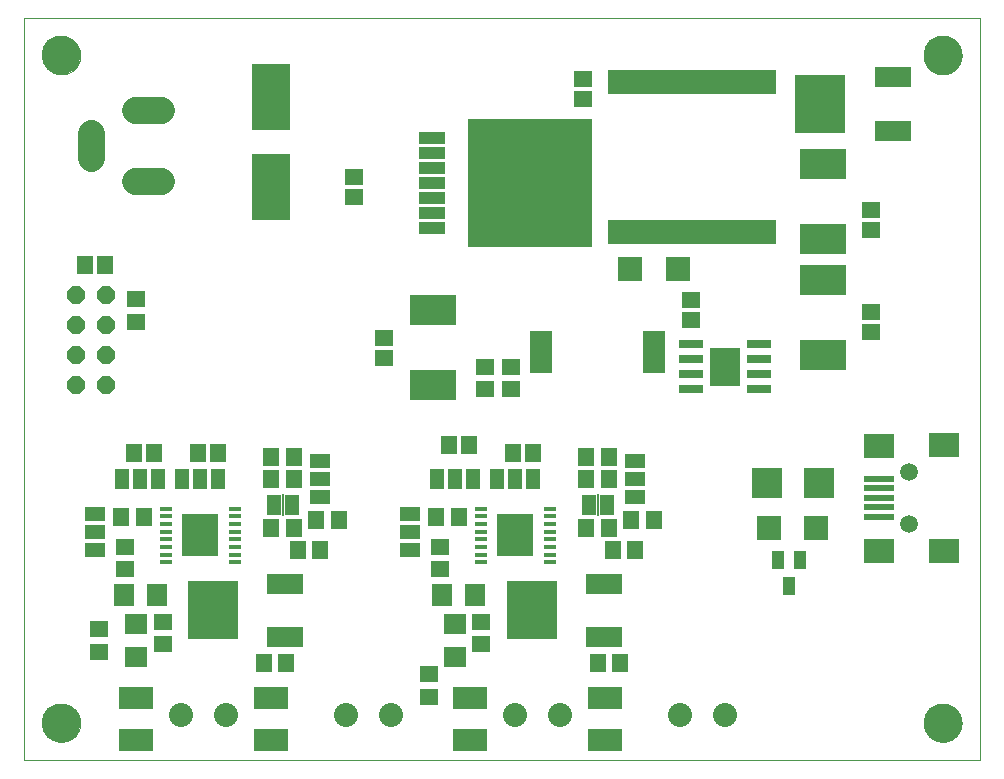
<source format=gts>
G75*
%MOIN*%
%OFA0B0*%
%FSLAX25Y25*%
%IPPOS*%
%LPD*%
%AMOC8*
5,1,8,0,0,1.08239X$1,22.5*
%
%ADD10C,0.00000*%
%ADD11C,0.12998*%
%ADD12R,0.06699X0.07487*%
%ADD13R,0.05518X0.06306*%
%ADD14R,0.07487X0.06699*%
%ADD15R,0.06306X0.05518*%
%ADD16R,0.15400X0.10400*%
%ADD17R,0.12998X0.22054*%
%ADD18R,0.11400X0.07400*%
%ADD19R,0.12211X0.06699*%
%ADD20R,0.16900X0.19400*%
%ADD21R,0.08274X0.08274*%
%ADD22R,0.09849X0.09849*%
%ADD23R,0.04300X0.01600*%
%ADD24R,0.11975X0.14494*%
%ADD25R,0.41384X0.42920*%
%ADD26R,0.08904X0.03983*%
%ADD27R,0.07920X0.02802*%
%ADD28R,0.09888X0.12605*%
%ADD29C,0.09000*%
%ADD30C,0.00077*%
%ADD31R,0.07683X0.14416*%
%ADD32R,0.04337X0.05912*%
%ADD33R,0.05000X0.06700*%
%ADD34R,0.00600X0.07200*%
%ADD35R,0.06700X0.05000*%
%ADD36C,0.08000*%
%ADD37OC8,0.06000*%
%ADD38C,0.05943*%
%ADD39R,0.10243X0.08274*%
%ADD40R,0.10243X0.02369*%
D10*
X0077433Y0110435D02*
X0077433Y0357895D01*
X0396134Y0357895D01*
X0396134Y0110435D01*
X0077433Y0110435D01*
X0083634Y0122935D02*
X0083636Y0123093D01*
X0083642Y0123251D01*
X0083652Y0123409D01*
X0083666Y0123567D01*
X0083684Y0123724D01*
X0083705Y0123881D01*
X0083731Y0124037D01*
X0083761Y0124193D01*
X0083794Y0124348D01*
X0083832Y0124501D01*
X0083873Y0124654D01*
X0083918Y0124806D01*
X0083967Y0124957D01*
X0084020Y0125106D01*
X0084076Y0125254D01*
X0084136Y0125400D01*
X0084200Y0125545D01*
X0084268Y0125688D01*
X0084339Y0125830D01*
X0084413Y0125970D01*
X0084491Y0126107D01*
X0084573Y0126243D01*
X0084657Y0126377D01*
X0084746Y0126508D01*
X0084837Y0126637D01*
X0084932Y0126764D01*
X0085029Y0126889D01*
X0085130Y0127011D01*
X0085234Y0127130D01*
X0085341Y0127247D01*
X0085451Y0127361D01*
X0085564Y0127472D01*
X0085679Y0127581D01*
X0085797Y0127686D01*
X0085918Y0127788D01*
X0086041Y0127888D01*
X0086167Y0127984D01*
X0086295Y0128077D01*
X0086425Y0128167D01*
X0086558Y0128253D01*
X0086693Y0128337D01*
X0086829Y0128416D01*
X0086968Y0128493D01*
X0087109Y0128565D01*
X0087251Y0128635D01*
X0087395Y0128700D01*
X0087541Y0128762D01*
X0087688Y0128820D01*
X0087837Y0128875D01*
X0087987Y0128926D01*
X0088138Y0128973D01*
X0088290Y0129016D01*
X0088443Y0129055D01*
X0088598Y0129091D01*
X0088753Y0129122D01*
X0088909Y0129150D01*
X0089065Y0129174D01*
X0089222Y0129194D01*
X0089380Y0129210D01*
X0089537Y0129222D01*
X0089696Y0129230D01*
X0089854Y0129234D01*
X0090012Y0129234D01*
X0090170Y0129230D01*
X0090329Y0129222D01*
X0090486Y0129210D01*
X0090644Y0129194D01*
X0090801Y0129174D01*
X0090957Y0129150D01*
X0091113Y0129122D01*
X0091268Y0129091D01*
X0091423Y0129055D01*
X0091576Y0129016D01*
X0091728Y0128973D01*
X0091879Y0128926D01*
X0092029Y0128875D01*
X0092178Y0128820D01*
X0092325Y0128762D01*
X0092471Y0128700D01*
X0092615Y0128635D01*
X0092757Y0128565D01*
X0092898Y0128493D01*
X0093037Y0128416D01*
X0093173Y0128337D01*
X0093308Y0128253D01*
X0093441Y0128167D01*
X0093571Y0128077D01*
X0093699Y0127984D01*
X0093825Y0127888D01*
X0093948Y0127788D01*
X0094069Y0127686D01*
X0094187Y0127581D01*
X0094302Y0127472D01*
X0094415Y0127361D01*
X0094525Y0127247D01*
X0094632Y0127130D01*
X0094736Y0127011D01*
X0094837Y0126889D01*
X0094934Y0126764D01*
X0095029Y0126637D01*
X0095120Y0126508D01*
X0095209Y0126377D01*
X0095293Y0126243D01*
X0095375Y0126107D01*
X0095453Y0125970D01*
X0095527Y0125830D01*
X0095598Y0125688D01*
X0095666Y0125545D01*
X0095730Y0125400D01*
X0095790Y0125254D01*
X0095846Y0125106D01*
X0095899Y0124957D01*
X0095948Y0124806D01*
X0095993Y0124654D01*
X0096034Y0124501D01*
X0096072Y0124348D01*
X0096105Y0124193D01*
X0096135Y0124037D01*
X0096161Y0123881D01*
X0096182Y0123724D01*
X0096200Y0123567D01*
X0096214Y0123409D01*
X0096224Y0123251D01*
X0096230Y0123093D01*
X0096232Y0122935D01*
X0096230Y0122777D01*
X0096224Y0122619D01*
X0096214Y0122461D01*
X0096200Y0122303D01*
X0096182Y0122146D01*
X0096161Y0121989D01*
X0096135Y0121833D01*
X0096105Y0121677D01*
X0096072Y0121522D01*
X0096034Y0121369D01*
X0095993Y0121216D01*
X0095948Y0121064D01*
X0095899Y0120913D01*
X0095846Y0120764D01*
X0095790Y0120616D01*
X0095730Y0120470D01*
X0095666Y0120325D01*
X0095598Y0120182D01*
X0095527Y0120040D01*
X0095453Y0119900D01*
X0095375Y0119763D01*
X0095293Y0119627D01*
X0095209Y0119493D01*
X0095120Y0119362D01*
X0095029Y0119233D01*
X0094934Y0119106D01*
X0094837Y0118981D01*
X0094736Y0118859D01*
X0094632Y0118740D01*
X0094525Y0118623D01*
X0094415Y0118509D01*
X0094302Y0118398D01*
X0094187Y0118289D01*
X0094069Y0118184D01*
X0093948Y0118082D01*
X0093825Y0117982D01*
X0093699Y0117886D01*
X0093571Y0117793D01*
X0093441Y0117703D01*
X0093308Y0117617D01*
X0093173Y0117533D01*
X0093037Y0117454D01*
X0092898Y0117377D01*
X0092757Y0117305D01*
X0092615Y0117235D01*
X0092471Y0117170D01*
X0092325Y0117108D01*
X0092178Y0117050D01*
X0092029Y0116995D01*
X0091879Y0116944D01*
X0091728Y0116897D01*
X0091576Y0116854D01*
X0091423Y0116815D01*
X0091268Y0116779D01*
X0091113Y0116748D01*
X0090957Y0116720D01*
X0090801Y0116696D01*
X0090644Y0116676D01*
X0090486Y0116660D01*
X0090329Y0116648D01*
X0090170Y0116640D01*
X0090012Y0116636D01*
X0089854Y0116636D01*
X0089696Y0116640D01*
X0089537Y0116648D01*
X0089380Y0116660D01*
X0089222Y0116676D01*
X0089065Y0116696D01*
X0088909Y0116720D01*
X0088753Y0116748D01*
X0088598Y0116779D01*
X0088443Y0116815D01*
X0088290Y0116854D01*
X0088138Y0116897D01*
X0087987Y0116944D01*
X0087837Y0116995D01*
X0087688Y0117050D01*
X0087541Y0117108D01*
X0087395Y0117170D01*
X0087251Y0117235D01*
X0087109Y0117305D01*
X0086968Y0117377D01*
X0086829Y0117454D01*
X0086693Y0117533D01*
X0086558Y0117617D01*
X0086425Y0117703D01*
X0086295Y0117793D01*
X0086167Y0117886D01*
X0086041Y0117982D01*
X0085918Y0118082D01*
X0085797Y0118184D01*
X0085679Y0118289D01*
X0085564Y0118398D01*
X0085451Y0118509D01*
X0085341Y0118623D01*
X0085234Y0118740D01*
X0085130Y0118859D01*
X0085029Y0118981D01*
X0084932Y0119106D01*
X0084837Y0119233D01*
X0084746Y0119362D01*
X0084657Y0119493D01*
X0084573Y0119627D01*
X0084491Y0119763D01*
X0084413Y0119900D01*
X0084339Y0120040D01*
X0084268Y0120182D01*
X0084200Y0120325D01*
X0084136Y0120470D01*
X0084076Y0120616D01*
X0084020Y0120764D01*
X0083967Y0120913D01*
X0083918Y0121064D01*
X0083873Y0121216D01*
X0083832Y0121369D01*
X0083794Y0121522D01*
X0083761Y0121677D01*
X0083731Y0121833D01*
X0083705Y0121989D01*
X0083684Y0122146D01*
X0083666Y0122303D01*
X0083652Y0122461D01*
X0083642Y0122619D01*
X0083636Y0122777D01*
X0083634Y0122935D01*
X0083634Y0345435D02*
X0083636Y0345593D01*
X0083642Y0345751D01*
X0083652Y0345909D01*
X0083666Y0346067D01*
X0083684Y0346224D01*
X0083705Y0346381D01*
X0083731Y0346537D01*
X0083761Y0346693D01*
X0083794Y0346848D01*
X0083832Y0347001D01*
X0083873Y0347154D01*
X0083918Y0347306D01*
X0083967Y0347457D01*
X0084020Y0347606D01*
X0084076Y0347754D01*
X0084136Y0347900D01*
X0084200Y0348045D01*
X0084268Y0348188D01*
X0084339Y0348330D01*
X0084413Y0348470D01*
X0084491Y0348607D01*
X0084573Y0348743D01*
X0084657Y0348877D01*
X0084746Y0349008D01*
X0084837Y0349137D01*
X0084932Y0349264D01*
X0085029Y0349389D01*
X0085130Y0349511D01*
X0085234Y0349630D01*
X0085341Y0349747D01*
X0085451Y0349861D01*
X0085564Y0349972D01*
X0085679Y0350081D01*
X0085797Y0350186D01*
X0085918Y0350288D01*
X0086041Y0350388D01*
X0086167Y0350484D01*
X0086295Y0350577D01*
X0086425Y0350667D01*
X0086558Y0350753D01*
X0086693Y0350837D01*
X0086829Y0350916D01*
X0086968Y0350993D01*
X0087109Y0351065D01*
X0087251Y0351135D01*
X0087395Y0351200D01*
X0087541Y0351262D01*
X0087688Y0351320D01*
X0087837Y0351375D01*
X0087987Y0351426D01*
X0088138Y0351473D01*
X0088290Y0351516D01*
X0088443Y0351555D01*
X0088598Y0351591D01*
X0088753Y0351622D01*
X0088909Y0351650D01*
X0089065Y0351674D01*
X0089222Y0351694D01*
X0089380Y0351710D01*
X0089537Y0351722D01*
X0089696Y0351730D01*
X0089854Y0351734D01*
X0090012Y0351734D01*
X0090170Y0351730D01*
X0090329Y0351722D01*
X0090486Y0351710D01*
X0090644Y0351694D01*
X0090801Y0351674D01*
X0090957Y0351650D01*
X0091113Y0351622D01*
X0091268Y0351591D01*
X0091423Y0351555D01*
X0091576Y0351516D01*
X0091728Y0351473D01*
X0091879Y0351426D01*
X0092029Y0351375D01*
X0092178Y0351320D01*
X0092325Y0351262D01*
X0092471Y0351200D01*
X0092615Y0351135D01*
X0092757Y0351065D01*
X0092898Y0350993D01*
X0093037Y0350916D01*
X0093173Y0350837D01*
X0093308Y0350753D01*
X0093441Y0350667D01*
X0093571Y0350577D01*
X0093699Y0350484D01*
X0093825Y0350388D01*
X0093948Y0350288D01*
X0094069Y0350186D01*
X0094187Y0350081D01*
X0094302Y0349972D01*
X0094415Y0349861D01*
X0094525Y0349747D01*
X0094632Y0349630D01*
X0094736Y0349511D01*
X0094837Y0349389D01*
X0094934Y0349264D01*
X0095029Y0349137D01*
X0095120Y0349008D01*
X0095209Y0348877D01*
X0095293Y0348743D01*
X0095375Y0348607D01*
X0095453Y0348470D01*
X0095527Y0348330D01*
X0095598Y0348188D01*
X0095666Y0348045D01*
X0095730Y0347900D01*
X0095790Y0347754D01*
X0095846Y0347606D01*
X0095899Y0347457D01*
X0095948Y0347306D01*
X0095993Y0347154D01*
X0096034Y0347001D01*
X0096072Y0346848D01*
X0096105Y0346693D01*
X0096135Y0346537D01*
X0096161Y0346381D01*
X0096182Y0346224D01*
X0096200Y0346067D01*
X0096214Y0345909D01*
X0096224Y0345751D01*
X0096230Y0345593D01*
X0096232Y0345435D01*
X0096230Y0345277D01*
X0096224Y0345119D01*
X0096214Y0344961D01*
X0096200Y0344803D01*
X0096182Y0344646D01*
X0096161Y0344489D01*
X0096135Y0344333D01*
X0096105Y0344177D01*
X0096072Y0344022D01*
X0096034Y0343869D01*
X0095993Y0343716D01*
X0095948Y0343564D01*
X0095899Y0343413D01*
X0095846Y0343264D01*
X0095790Y0343116D01*
X0095730Y0342970D01*
X0095666Y0342825D01*
X0095598Y0342682D01*
X0095527Y0342540D01*
X0095453Y0342400D01*
X0095375Y0342263D01*
X0095293Y0342127D01*
X0095209Y0341993D01*
X0095120Y0341862D01*
X0095029Y0341733D01*
X0094934Y0341606D01*
X0094837Y0341481D01*
X0094736Y0341359D01*
X0094632Y0341240D01*
X0094525Y0341123D01*
X0094415Y0341009D01*
X0094302Y0340898D01*
X0094187Y0340789D01*
X0094069Y0340684D01*
X0093948Y0340582D01*
X0093825Y0340482D01*
X0093699Y0340386D01*
X0093571Y0340293D01*
X0093441Y0340203D01*
X0093308Y0340117D01*
X0093173Y0340033D01*
X0093037Y0339954D01*
X0092898Y0339877D01*
X0092757Y0339805D01*
X0092615Y0339735D01*
X0092471Y0339670D01*
X0092325Y0339608D01*
X0092178Y0339550D01*
X0092029Y0339495D01*
X0091879Y0339444D01*
X0091728Y0339397D01*
X0091576Y0339354D01*
X0091423Y0339315D01*
X0091268Y0339279D01*
X0091113Y0339248D01*
X0090957Y0339220D01*
X0090801Y0339196D01*
X0090644Y0339176D01*
X0090486Y0339160D01*
X0090329Y0339148D01*
X0090170Y0339140D01*
X0090012Y0339136D01*
X0089854Y0339136D01*
X0089696Y0339140D01*
X0089537Y0339148D01*
X0089380Y0339160D01*
X0089222Y0339176D01*
X0089065Y0339196D01*
X0088909Y0339220D01*
X0088753Y0339248D01*
X0088598Y0339279D01*
X0088443Y0339315D01*
X0088290Y0339354D01*
X0088138Y0339397D01*
X0087987Y0339444D01*
X0087837Y0339495D01*
X0087688Y0339550D01*
X0087541Y0339608D01*
X0087395Y0339670D01*
X0087251Y0339735D01*
X0087109Y0339805D01*
X0086968Y0339877D01*
X0086829Y0339954D01*
X0086693Y0340033D01*
X0086558Y0340117D01*
X0086425Y0340203D01*
X0086295Y0340293D01*
X0086167Y0340386D01*
X0086041Y0340482D01*
X0085918Y0340582D01*
X0085797Y0340684D01*
X0085679Y0340789D01*
X0085564Y0340898D01*
X0085451Y0341009D01*
X0085341Y0341123D01*
X0085234Y0341240D01*
X0085130Y0341359D01*
X0085029Y0341481D01*
X0084932Y0341606D01*
X0084837Y0341733D01*
X0084746Y0341862D01*
X0084657Y0341993D01*
X0084573Y0342127D01*
X0084491Y0342263D01*
X0084413Y0342400D01*
X0084339Y0342540D01*
X0084268Y0342682D01*
X0084200Y0342825D01*
X0084136Y0342970D01*
X0084076Y0343116D01*
X0084020Y0343264D01*
X0083967Y0343413D01*
X0083918Y0343564D01*
X0083873Y0343716D01*
X0083832Y0343869D01*
X0083794Y0344022D01*
X0083761Y0344177D01*
X0083731Y0344333D01*
X0083705Y0344489D01*
X0083684Y0344646D01*
X0083666Y0344803D01*
X0083652Y0344961D01*
X0083642Y0345119D01*
X0083636Y0345277D01*
X0083634Y0345435D01*
X0377384Y0345435D02*
X0377386Y0345593D01*
X0377392Y0345751D01*
X0377402Y0345909D01*
X0377416Y0346067D01*
X0377434Y0346224D01*
X0377455Y0346381D01*
X0377481Y0346537D01*
X0377511Y0346693D01*
X0377544Y0346848D01*
X0377582Y0347001D01*
X0377623Y0347154D01*
X0377668Y0347306D01*
X0377717Y0347457D01*
X0377770Y0347606D01*
X0377826Y0347754D01*
X0377886Y0347900D01*
X0377950Y0348045D01*
X0378018Y0348188D01*
X0378089Y0348330D01*
X0378163Y0348470D01*
X0378241Y0348607D01*
X0378323Y0348743D01*
X0378407Y0348877D01*
X0378496Y0349008D01*
X0378587Y0349137D01*
X0378682Y0349264D01*
X0378779Y0349389D01*
X0378880Y0349511D01*
X0378984Y0349630D01*
X0379091Y0349747D01*
X0379201Y0349861D01*
X0379314Y0349972D01*
X0379429Y0350081D01*
X0379547Y0350186D01*
X0379668Y0350288D01*
X0379791Y0350388D01*
X0379917Y0350484D01*
X0380045Y0350577D01*
X0380175Y0350667D01*
X0380308Y0350753D01*
X0380443Y0350837D01*
X0380579Y0350916D01*
X0380718Y0350993D01*
X0380859Y0351065D01*
X0381001Y0351135D01*
X0381145Y0351200D01*
X0381291Y0351262D01*
X0381438Y0351320D01*
X0381587Y0351375D01*
X0381737Y0351426D01*
X0381888Y0351473D01*
X0382040Y0351516D01*
X0382193Y0351555D01*
X0382348Y0351591D01*
X0382503Y0351622D01*
X0382659Y0351650D01*
X0382815Y0351674D01*
X0382972Y0351694D01*
X0383130Y0351710D01*
X0383287Y0351722D01*
X0383446Y0351730D01*
X0383604Y0351734D01*
X0383762Y0351734D01*
X0383920Y0351730D01*
X0384079Y0351722D01*
X0384236Y0351710D01*
X0384394Y0351694D01*
X0384551Y0351674D01*
X0384707Y0351650D01*
X0384863Y0351622D01*
X0385018Y0351591D01*
X0385173Y0351555D01*
X0385326Y0351516D01*
X0385478Y0351473D01*
X0385629Y0351426D01*
X0385779Y0351375D01*
X0385928Y0351320D01*
X0386075Y0351262D01*
X0386221Y0351200D01*
X0386365Y0351135D01*
X0386507Y0351065D01*
X0386648Y0350993D01*
X0386787Y0350916D01*
X0386923Y0350837D01*
X0387058Y0350753D01*
X0387191Y0350667D01*
X0387321Y0350577D01*
X0387449Y0350484D01*
X0387575Y0350388D01*
X0387698Y0350288D01*
X0387819Y0350186D01*
X0387937Y0350081D01*
X0388052Y0349972D01*
X0388165Y0349861D01*
X0388275Y0349747D01*
X0388382Y0349630D01*
X0388486Y0349511D01*
X0388587Y0349389D01*
X0388684Y0349264D01*
X0388779Y0349137D01*
X0388870Y0349008D01*
X0388959Y0348877D01*
X0389043Y0348743D01*
X0389125Y0348607D01*
X0389203Y0348470D01*
X0389277Y0348330D01*
X0389348Y0348188D01*
X0389416Y0348045D01*
X0389480Y0347900D01*
X0389540Y0347754D01*
X0389596Y0347606D01*
X0389649Y0347457D01*
X0389698Y0347306D01*
X0389743Y0347154D01*
X0389784Y0347001D01*
X0389822Y0346848D01*
X0389855Y0346693D01*
X0389885Y0346537D01*
X0389911Y0346381D01*
X0389932Y0346224D01*
X0389950Y0346067D01*
X0389964Y0345909D01*
X0389974Y0345751D01*
X0389980Y0345593D01*
X0389982Y0345435D01*
X0389980Y0345277D01*
X0389974Y0345119D01*
X0389964Y0344961D01*
X0389950Y0344803D01*
X0389932Y0344646D01*
X0389911Y0344489D01*
X0389885Y0344333D01*
X0389855Y0344177D01*
X0389822Y0344022D01*
X0389784Y0343869D01*
X0389743Y0343716D01*
X0389698Y0343564D01*
X0389649Y0343413D01*
X0389596Y0343264D01*
X0389540Y0343116D01*
X0389480Y0342970D01*
X0389416Y0342825D01*
X0389348Y0342682D01*
X0389277Y0342540D01*
X0389203Y0342400D01*
X0389125Y0342263D01*
X0389043Y0342127D01*
X0388959Y0341993D01*
X0388870Y0341862D01*
X0388779Y0341733D01*
X0388684Y0341606D01*
X0388587Y0341481D01*
X0388486Y0341359D01*
X0388382Y0341240D01*
X0388275Y0341123D01*
X0388165Y0341009D01*
X0388052Y0340898D01*
X0387937Y0340789D01*
X0387819Y0340684D01*
X0387698Y0340582D01*
X0387575Y0340482D01*
X0387449Y0340386D01*
X0387321Y0340293D01*
X0387191Y0340203D01*
X0387058Y0340117D01*
X0386923Y0340033D01*
X0386787Y0339954D01*
X0386648Y0339877D01*
X0386507Y0339805D01*
X0386365Y0339735D01*
X0386221Y0339670D01*
X0386075Y0339608D01*
X0385928Y0339550D01*
X0385779Y0339495D01*
X0385629Y0339444D01*
X0385478Y0339397D01*
X0385326Y0339354D01*
X0385173Y0339315D01*
X0385018Y0339279D01*
X0384863Y0339248D01*
X0384707Y0339220D01*
X0384551Y0339196D01*
X0384394Y0339176D01*
X0384236Y0339160D01*
X0384079Y0339148D01*
X0383920Y0339140D01*
X0383762Y0339136D01*
X0383604Y0339136D01*
X0383446Y0339140D01*
X0383287Y0339148D01*
X0383130Y0339160D01*
X0382972Y0339176D01*
X0382815Y0339196D01*
X0382659Y0339220D01*
X0382503Y0339248D01*
X0382348Y0339279D01*
X0382193Y0339315D01*
X0382040Y0339354D01*
X0381888Y0339397D01*
X0381737Y0339444D01*
X0381587Y0339495D01*
X0381438Y0339550D01*
X0381291Y0339608D01*
X0381145Y0339670D01*
X0381001Y0339735D01*
X0380859Y0339805D01*
X0380718Y0339877D01*
X0380579Y0339954D01*
X0380443Y0340033D01*
X0380308Y0340117D01*
X0380175Y0340203D01*
X0380045Y0340293D01*
X0379917Y0340386D01*
X0379791Y0340482D01*
X0379668Y0340582D01*
X0379547Y0340684D01*
X0379429Y0340789D01*
X0379314Y0340898D01*
X0379201Y0341009D01*
X0379091Y0341123D01*
X0378984Y0341240D01*
X0378880Y0341359D01*
X0378779Y0341481D01*
X0378682Y0341606D01*
X0378587Y0341733D01*
X0378496Y0341862D01*
X0378407Y0341993D01*
X0378323Y0342127D01*
X0378241Y0342263D01*
X0378163Y0342400D01*
X0378089Y0342540D01*
X0378018Y0342682D01*
X0377950Y0342825D01*
X0377886Y0342970D01*
X0377826Y0343116D01*
X0377770Y0343264D01*
X0377717Y0343413D01*
X0377668Y0343564D01*
X0377623Y0343716D01*
X0377582Y0343869D01*
X0377544Y0344022D01*
X0377511Y0344177D01*
X0377481Y0344333D01*
X0377455Y0344489D01*
X0377434Y0344646D01*
X0377416Y0344803D01*
X0377402Y0344961D01*
X0377392Y0345119D01*
X0377386Y0345277D01*
X0377384Y0345435D01*
X0377384Y0122935D02*
X0377386Y0123093D01*
X0377392Y0123251D01*
X0377402Y0123409D01*
X0377416Y0123567D01*
X0377434Y0123724D01*
X0377455Y0123881D01*
X0377481Y0124037D01*
X0377511Y0124193D01*
X0377544Y0124348D01*
X0377582Y0124501D01*
X0377623Y0124654D01*
X0377668Y0124806D01*
X0377717Y0124957D01*
X0377770Y0125106D01*
X0377826Y0125254D01*
X0377886Y0125400D01*
X0377950Y0125545D01*
X0378018Y0125688D01*
X0378089Y0125830D01*
X0378163Y0125970D01*
X0378241Y0126107D01*
X0378323Y0126243D01*
X0378407Y0126377D01*
X0378496Y0126508D01*
X0378587Y0126637D01*
X0378682Y0126764D01*
X0378779Y0126889D01*
X0378880Y0127011D01*
X0378984Y0127130D01*
X0379091Y0127247D01*
X0379201Y0127361D01*
X0379314Y0127472D01*
X0379429Y0127581D01*
X0379547Y0127686D01*
X0379668Y0127788D01*
X0379791Y0127888D01*
X0379917Y0127984D01*
X0380045Y0128077D01*
X0380175Y0128167D01*
X0380308Y0128253D01*
X0380443Y0128337D01*
X0380579Y0128416D01*
X0380718Y0128493D01*
X0380859Y0128565D01*
X0381001Y0128635D01*
X0381145Y0128700D01*
X0381291Y0128762D01*
X0381438Y0128820D01*
X0381587Y0128875D01*
X0381737Y0128926D01*
X0381888Y0128973D01*
X0382040Y0129016D01*
X0382193Y0129055D01*
X0382348Y0129091D01*
X0382503Y0129122D01*
X0382659Y0129150D01*
X0382815Y0129174D01*
X0382972Y0129194D01*
X0383130Y0129210D01*
X0383287Y0129222D01*
X0383446Y0129230D01*
X0383604Y0129234D01*
X0383762Y0129234D01*
X0383920Y0129230D01*
X0384079Y0129222D01*
X0384236Y0129210D01*
X0384394Y0129194D01*
X0384551Y0129174D01*
X0384707Y0129150D01*
X0384863Y0129122D01*
X0385018Y0129091D01*
X0385173Y0129055D01*
X0385326Y0129016D01*
X0385478Y0128973D01*
X0385629Y0128926D01*
X0385779Y0128875D01*
X0385928Y0128820D01*
X0386075Y0128762D01*
X0386221Y0128700D01*
X0386365Y0128635D01*
X0386507Y0128565D01*
X0386648Y0128493D01*
X0386787Y0128416D01*
X0386923Y0128337D01*
X0387058Y0128253D01*
X0387191Y0128167D01*
X0387321Y0128077D01*
X0387449Y0127984D01*
X0387575Y0127888D01*
X0387698Y0127788D01*
X0387819Y0127686D01*
X0387937Y0127581D01*
X0388052Y0127472D01*
X0388165Y0127361D01*
X0388275Y0127247D01*
X0388382Y0127130D01*
X0388486Y0127011D01*
X0388587Y0126889D01*
X0388684Y0126764D01*
X0388779Y0126637D01*
X0388870Y0126508D01*
X0388959Y0126377D01*
X0389043Y0126243D01*
X0389125Y0126107D01*
X0389203Y0125970D01*
X0389277Y0125830D01*
X0389348Y0125688D01*
X0389416Y0125545D01*
X0389480Y0125400D01*
X0389540Y0125254D01*
X0389596Y0125106D01*
X0389649Y0124957D01*
X0389698Y0124806D01*
X0389743Y0124654D01*
X0389784Y0124501D01*
X0389822Y0124348D01*
X0389855Y0124193D01*
X0389885Y0124037D01*
X0389911Y0123881D01*
X0389932Y0123724D01*
X0389950Y0123567D01*
X0389964Y0123409D01*
X0389974Y0123251D01*
X0389980Y0123093D01*
X0389982Y0122935D01*
X0389980Y0122777D01*
X0389974Y0122619D01*
X0389964Y0122461D01*
X0389950Y0122303D01*
X0389932Y0122146D01*
X0389911Y0121989D01*
X0389885Y0121833D01*
X0389855Y0121677D01*
X0389822Y0121522D01*
X0389784Y0121369D01*
X0389743Y0121216D01*
X0389698Y0121064D01*
X0389649Y0120913D01*
X0389596Y0120764D01*
X0389540Y0120616D01*
X0389480Y0120470D01*
X0389416Y0120325D01*
X0389348Y0120182D01*
X0389277Y0120040D01*
X0389203Y0119900D01*
X0389125Y0119763D01*
X0389043Y0119627D01*
X0388959Y0119493D01*
X0388870Y0119362D01*
X0388779Y0119233D01*
X0388684Y0119106D01*
X0388587Y0118981D01*
X0388486Y0118859D01*
X0388382Y0118740D01*
X0388275Y0118623D01*
X0388165Y0118509D01*
X0388052Y0118398D01*
X0387937Y0118289D01*
X0387819Y0118184D01*
X0387698Y0118082D01*
X0387575Y0117982D01*
X0387449Y0117886D01*
X0387321Y0117793D01*
X0387191Y0117703D01*
X0387058Y0117617D01*
X0386923Y0117533D01*
X0386787Y0117454D01*
X0386648Y0117377D01*
X0386507Y0117305D01*
X0386365Y0117235D01*
X0386221Y0117170D01*
X0386075Y0117108D01*
X0385928Y0117050D01*
X0385779Y0116995D01*
X0385629Y0116944D01*
X0385478Y0116897D01*
X0385326Y0116854D01*
X0385173Y0116815D01*
X0385018Y0116779D01*
X0384863Y0116748D01*
X0384707Y0116720D01*
X0384551Y0116696D01*
X0384394Y0116676D01*
X0384236Y0116660D01*
X0384079Y0116648D01*
X0383920Y0116640D01*
X0383762Y0116636D01*
X0383604Y0116636D01*
X0383446Y0116640D01*
X0383287Y0116648D01*
X0383130Y0116660D01*
X0382972Y0116676D01*
X0382815Y0116696D01*
X0382659Y0116720D01*
X0382503Y0116748D01*
X0382348Y0116779D01*
X0382193Y0116815D01*
X0382040Y0116854D01*
X0381888Y0116897D01*
X0381737Y0116944D01*
X0381587Y0116995D01*
X0381438Y0117050D01*
X0381291Y0117108D01*
X0381145Y0117170D01*
X0381001Y0117235D01*
X0380859Y0117305D01*
X0380718Y0117377D01*
X0380579Y0117454D01*
X0380443Y0117533D01*
X0380308Y0117617D01*
X0380175Y0117703D01*
X0380045Y0117793D01*
X0379917Y0117886D01*
X0379791Y0117982D01*
X0379668Y0118082D01*
X0379547Y0118184D01*
X0379429Y0118289D01*
X0379314Y0118398D01*
X0379201Y0118509D01*
X0379091Y0118623D01*
X0378984Y0118740D01*
X0378880Y0118859D01*
X0378779Y0118981D01*
X0378682Y0119106D01*
X0378587Y0119233D01*
X0378496Y0119362D01*
X0378407Y0119493D01*
X0378323Y0119627D01*
X0378241Y0119763D01*
X0378163Y0119900D01*
X0378089Y0120040D01*
X0378018Y0120182D01*
X0377950Y0120325D01*
X0377886Y0120470D01*
X0377826Y0120616D01*
X0377770Y0120764D01*
X0377717Y0120913D01*
X0377668Y0121064D01*
X0377623Y0121216D01*
X0377582Y0121369D01*
X0377544Y0121522D01*
X0377511Y0121677D01*
X0377481Y0121833D01*
X0377455Y0121989D01*
X0377434Y0122146D01*
X0377416Y0122303D01*
X0377402Y0122461D01*
X0377392Y0122619D01*
X0377386Y0122777D01*
X0377384Y0122935D01*
D11*
X0383683Y0122935D03*
X0383683Y0345435D03*
X0089933Y0345435D03*
X0089933Y0122935D03*
D12*
X0110672Y0165435D03*
X0121695Y0165435D03*
X0216922Y0165435D03*
X0227945Y0165435D03*
D13*
X0222423Y0191685D03*
X0214943Y0191685D03*
X0219087Y0215435D03*
X0225780Y0215435D03*
X0240337Y0212935D03*
X0247030Y0212935D03*
X0264943Y0211685D03*
X0272423Y0211685D03*
X0272423Y0204185D03*
X0264943Y0204185D03*
X0264943Y0187935D03*
X0272423Y0187935D03*
X0273693Y0180435D03*
X0281173Y0180435D03*
X0279943Y0190435D03*
X0287423Y0190435D03*
X0276173Y0142935D03*
X0268693Y0142935D03*
X0182423Y0190435D03*
X0174943Y0190435D03*
X0167423Y0187935D03*
X0159943Y0187935D03*
X0168693Y0180435D03*
X0176173Y0180435D03*
X0167423Y0204185D03*
X0159943Y0204185D03*
X0159943Y0211685D03*
X0167423Y0211685D03*
X0142030Y0212935D03*
X0135337Y0212935D03*
X0120780Y0212935D03*
X0114087Y0212935D03*
X0117423Y0191685D03*
X0109943Y0191685D03*
X0157443Y0142935D03*
X0164923Y0142935D03*
X0104530Y0275435D03*
X0097837Y0275435D03*
D14*
X0114933Y0155946D03*
X0114933Y0144923D03*
X0221183Y0144923D03*
X0221183Y0155946D03*
D15*
X0229933Y0156675D03*
X0229933Y0149194D03*
X0212433Y0139175D03*
X0212433Y0131694D03*
X0216183Y0174194D03*
X0216183Y0181675D03*
X0231183Y0234194D03*
X0231183Y0241675D03*
X0239933Y0241675D03*
X0239933Y0234194D03*
X0197433Y0244588D03*
X0197433Y0251281D03*
X0187433Y0298338D03*
X0187433Y0305031D03*
X0263683Y0330838D03*
X0263683Y0337531D03*
X0299933Y0263781D03*
X0299933Y0257088D03*
X0359933Y0260031D03*
X0359933Y0253338D03*
X0359933Y0287088D03*
X0359933Y0293781D03*
X0123683Y0156675D03*
X0123683Y0149194D03*
X0102433Y0146694D03*
X0102433Y0154175D03*
X0111183Y0174194D03*
X0111183Y0181675D03*
X0114933Y0256694D03*
X0114933Y0264175D03*
D16*
X0213683Y0260435D03*
X0213683Y0235435D03*
X0343683Y0245435D03*
X0343683Y0270435D03*
X0343683Y0284185D03*
X0343683Y0309185D03*
D17*
X0159933Y0301685D03*
X0159933Y0331685D03*
D18*
X0159933Y0131185D03*
X0159933Y0117185D03*
X0114933Y0117185D03*
X0114933Y0131185D03*
X0226183Y0131185D03*
X0226183Y0117185D03*
X0271183Y0117185D03*
X0271183Y0131185D03*
D19*
X0270839Y0151458D03*
X0270839Y0169411D03*
X0164589Y0169411D03*
X0164589Y0151458D03*
X0367089Y0320208D03*
X0367089Y0338161D03*
D20*
X0342931Y0329185D03*
X0246681Y0160435D03*
X0140431Y0160435D03*
D21*
X0279559Y0274185D03*
X0295307Y0274185D03*
X0325809Y0187935D03*
X0341557Y0187935D03*
D22*
X0342345Y0202935D03*
X0325022Y0202935D03*
D23*
X0252671Y0194391D03*
X0252671Y0191832D03*
X0252671Y0189273D03*
X0252671Y0186714D03*
X0252671Y0184155D03*
X0252671Y0181596D03*
X0252671Y0179037D03*
X0252671Y0176478D03*
X0229696Y0176478D03*
X0229696Y0179037D03*
X0229696Y0181596D03*
X0229696Y0184155D03*
X0229696Y0186714D03*
X0229696Y0189273D03*
X0229696Y0191832D03*
X0229696Y0194391D03*
X0147671Y0194391D03*
X0147671Y0191832D03*
X0147671Y0189273D03*
X0147671Y0186714D03*
X0147671Y0184155D03*
X0147671Y0181596D03*
X0147671Y0179037D03*
X0147671Y0176478D03*
X0124696Y0176478D03*
X0124696Y0179037D03*
X0124696Y0181596D03*
X0124696Y0184155D03*
X0124696Y0186714D03*
X0124696Y0189273D03*
X0124696Y0191832D03*
X0124696Y0194391D03*
D24*
X0136183Y0185435D03*
X0241183Y0185435D03*
D25*
X0246183Y0302935D03*
D26*
X0213427Y0302935D03*
X0213427Y0307935D03*
X0213427Y0312935D03*
X0213427Y0317935D03*
X0213427Y0297935D03*
X0213427Y0292935D03*
X0213427Y0287935D03*
D27*
X0299933Y0249185D03*
X0299933Y0244185D03*
X0299933Y0239185D03*
X0299933Y0234185D03*
X0322433Y0234185D03*
X0322433Y0239185D03*
X0322433Y0244185D03*
X0322433Y0249185D03*
D28*
X0311183Y0241685D03*
D29*
X0122983Y0303624D02*
X0114383Y0303624D01*
X0099786Y0311135D02*
X0099786Y0319735D01*
X0114383Y0327246D02*
X0122983Y0327246D01*
D30*
X0327654Y0332862D02*
X0327654Y0340508D01*
X0327654Y0332862D02*
X0272212Y0332862D01*
X0272212Y0340508D01*
X0327654Y0340508D01*
X0327654Y0332938D02*
X0272212Y0332938D01*
X0272212Y0333014D02*
X0327654Y0333014D01*
X0327654Y0333090D02*
X0272212Y0333090D01*
X0272212Y0333166D02*
X0327654Y0333166D01*
X0327654Y0333242D02*
X0272212Y0333242D01*
X0272212Y0333318D02*
X0327654Y0333318D01*
X0327654Y0333394D02*
X0272212Y0333394D01*
X0272212Y0333470D02*
X0327654Y0333470D01*
X0327654Y0333546D02*
X0272212Y0333546D01*
X0272212Y0333622D02*
X0327654Y0333622D01*
X0327654Y0333698D02*
X0272212Y0333698D01*
X0272212Y0333774D02*
X0327654Y0333774D01*
X0327654Y0333850D02*
X0272212Y0333850D01*
X0272212Y0333926D02*
X0327654Y0333926D01*
X0327654Y0334002D02*
X0272212Y0334002D01*
X0272212Y0334078D02*
X0327654Y0334078D01*
X0327654Y0334154D02*
X0272212Y0334154D01*
X0272212Y0334230D02*
X0327654Y0334230D01*
X0327654Y0334306D02*
X0272212Y0334306D01*
X0272212Y0334382D02*
X0327654Y0334382D01*
X0327654Y0334458D02*
X0272212Y0334458D01*
X0272212Y0334534D02*
X0327654Y0334534D01*
X0327654Y0334610D02*
X0272212Y0334610D01*
X0272212Y0334686D02*
X0327654Y0334686D01*
X0327654Y0334762D02*
X0272212Y0334762D01*
X0272212Y0334838D02*
X0327654Y0334838D01*
X0327654Y0334914D02*
X0272212Y0334914D01*
X0272212Y0334990D02*
X0327654Y0334990D01*
X0327654Y0335066D02*
X0272212Y0335066D01*
X0272212Y0335142D02*
X0327654Y0335142D01*
X0327654Y0335218D02*
X0272212Y0335218D01*
X0272212Y0335294D02*
X0327654Y0335294D01*
X0327654Y0335370D02*
X0272212Y0335370D01*
X0272212Y0335446D02*
X0327654Y0335446D01*
X0327654Y0335522D02*
X0272212Y0335522D01*
X0272212Y0335598D02*
X0327654Y0335598D01*
X0327654Y0335674D02*
X0272212Y0335674D01*
X0272212Y0335750D02*
X0327654Y0335750D01*
X0327654Y0335826D02*
X0272212Y0335826D01*
X0272212Y0335902D02*
X0327654Y0335902D01*
X0327654Y0335978D02*
X0272212Y0335978D01*
X0272212Y0336054D02*
X0327654Y0336054D01*
X0327654Y0336130D02*
X0272212Y0336130D01*
X0272212Y0336206D02*
X0327654Y0336206D01*
X0327654Y0336282D02*
X0272212Y0336282D01*
X0272212Y0336358D02*
X0327654Y0336358D01*
X0327654Y0336434D02*
X0272212Y0336434D01*
X0272212Y0336510D02*
X0327654Y0336510D01*
X0327654Y0336586D02*
X0272212Y0336586D01*
X0272212Y0336662D02*
X0327654Y0336662D01*
X0327654Y0336738D02*
X0272212Y0336738D01*
X0272212Y0336814D02*
X0327654Y0336814D01*
X0327654Y0336890D02*
X0272212Y0336890D01*
X0272212Y0336966D02*
X0327654Y0336966D01*
X0327654Y0337042D02*
X0272212Y0337042D01*
X0272212Y0337118D02*
X0327654Y0337118D01*
X0327654Y0337194D02*
X0272212Y0337194D01*
X0272212Y0337270D02*
X0327654Y0337270D01*
X0327654Y0337346D02*
X0272212Y0337346D01*
X0272212Y0337422D02*
X0327654Y0337422D01*
X0327654Y0337498D02*
X0272212Y0337498D01*
X0272212Y0337574D02*
X0327654Y0337574D01*
X0327654Y0337650D02*
X0272212Y0337650D01*
X0272212Y0337726D02*
X0327654Y0337726D01*
X0327654Y0337802D02*
X0272212Y0337802D01*
X0272212Y0337878D02*
X0327654Y0337878D01*
X0327654Y0337954D02*
X0272212Y0337954D01*
X0272212Y0338030D02*
X0327654Y0338030D01*
X0327654Y0338106D02*
X0272212Y0338106D01*
X0272212Y0338182D02*
X0327654Y0338182D01*
X0327654Y0338258D02*
X0272212Y0338258D01*
X0272212Y0338334D02*
X0327654Y0338334D01*
X0327654Y0338410D02*
X0272212Y0338410D01*
X0272212Y0338486D02*
X0327654Y0338486D01*
X0327654Y0338562D02*
X0272212Y0338562D01*
X0272212Y0338638D02*
X0327654Y0338638D01*
X0327654Y0338714D02*
X0272212Y0338714D01*
X0272212Y0338790D02*
X0327654Y0338790D01*
X0327654Y0338866D02*
X0272212Y0338866D01*
X0272212Y0338942D02*
X0327654Y0338942D01*
X0327654Y0339018D02*
X0272212Y0339018D01*
X0272212Y0339094D02*
X0327654Y0339094D01*
X0327654Y0339170D02*
X0272212Y0339170D01*
X0272212Y0339246D02*
X0327654Y0339246D01*
X0327654Y0339322D02*
X0272212Y0339322D01*
X0272212Y0339398D02*
X0327654Y0339398D01*
X0327654Y0339474D02*
X0272212Y0339474D01*
X0272212Y0339550D02*
X0327654Y0339550D01*
X0327654Y0339626D02*
X0272212Y0339626D01*
X0272212Y0339702D02*
X0327654Y0339702D01*
X0327654Y0339778D02*
X0272212Y0339778D01*
X0272212Y0339854D02*
X0327654Y0339854D01*
X0327654Y0339930D02*
X0272212Y0339930D01*
X0272212Y0340006D02*
X0327654Y0340006D01*
X0327654Y0340082D02*
X0272212Y0340082D01*
X0272212Y0340158D02*
X0327654Y0340158D01*
X0327654Y0340234D02*
X0272212Y0340234D01*
X0272212Y0340310D02*
X0327654Y0340310D01*
X0327654Y0340386D02*
X0272212Y0340386D01*
X0272212Y0340462D02*
X0327654Y0340462D01*
X0327654Y0290508D02*
X0327654Y0282862D01*
X0272212Y0282862D01*
X0272212Y0290508D01*
X0327654Y0290508D01*
X0327654Y0282938D02*
X0272212Y0282938D01*
X0272212Y0283014D02*
X0327654Y0283014D01*
X0327654Y0283090D02*
X0272212Y0283090D01*
X0272212Y0283166D02*
X0327654Y0283166D01*
X0327654Y0283242D02*
X0272212Y0283242D01*
X0272212Y0283318D02*
X0327654Y0283318D01*
X0327654Y0283394D02*
X0272212Y0283394D01*
X0272212Y0283470D02*
X0327654Y0283470D01*
X0327654Y0283546D02*
X0272212Y0283546D01*
X0272212Y0283622D02*
X0327654Y0283622D01*
X0327654Y0283698D02*
X0272212Y0283698D01*
X0272212Y0283774D02*
X0327654Y0283774D01*
X0327654Y0283850D02*
X0272212Y0283850D01*
X0272212Y0283926D02*
X0327654Y0283926D01*
X0327654Y0284002D02*
X0272212Y0284002D01*
X0272212Y0284078D02*
X0327654Y0284078D01*
X0327654Y0284154D02*
X0272212Y0284154D01*
X0272212Y0284230D02*
X0327654Y0284230D01*
X0327654Y0284306D02*
X0272212Y0284306D01*
X0272212Y0284382D02*
X0327654Y0284382D01*
X0327654Y0284458D02*
X0272212Y0284458D01*
X0272212Y0284534D02*
X0327654Y0284534D01*
X0327654Y0284610D02*
X0272212Y0284610D01*
X0272212Y0284686D02*
X0327654Y0284686D01*
X0327654Y0284762D02*
X0272212Y0284762D01*
X0272212Y0284838D02*
X0327654Y0284838D01*
X0327654Y0284914D02*
X0272212Y0284914D01*
X0272212Y0284990D02*
X0327654Y0284990D01*
X0327654Y0285066D02*
X0272212Y0285066D01*
X0272212Y0285142D02*
X0327654Y0285142D01*
X0327654Y0285218D02*
X0272212Y0285218D01*
X0272212Y0285294D02*
X0327654Y0285294D01*
X0327654Y0285370D02*
X0272212Y0285370D01*
X0272212Y0285446D02*
X0327654Y0285446D01*
X0327654Y0285522D02*
X0272212Y0285522D01*
X0272212Y0285598D02*
X0327654Y0285598D01*
X0327654Y0285674D02*
X0272212Y0285674D01*
X0272212Y0285750D02*
X0327654Y0285750D01*
X0327654Y0285826D02*
X0272212Y0285826D01*
X0272212Y0285902D02*
X0327654Y0285902D01*
X0327654Y0285978D02*
X0272212Y0285978D01*
X0272212Y0286054D02*
X0327654Y0286054D01*
X0327654Y0286130D02*
X0272212Y0286130D01*
X0272212Y0286206D02*
X0327654Y0286206D01*
X0327654Y0286282D02*
X0272212Y0286282D01*
X0272212Y0286358D02*
X0327654Y0286358D01*
X0327654Y0286434D02*
X0272212Y0286434D01*
X0272212Y0286510D02*
X0327654Y0286510D01*
X0327654Y0286586D02*
X0272212Y0286586D01*
X0272212Y0286662D02*
X0327654Y0286662D01*
X0327654Y0286738D02*
X0272212Y0286738D01*
X0272212Y0286814D02*
X0327654Y0286814D01*
X0327654Y0286890D02*
X0272212Y0286890D01*
X0272212Y0286966D02*
X0327654Y0286966D01*
X0327654Y0287042D02*
X0272212Y0287042D01*
X0272212Y0287118D02*
X0327654Y0287118D01*
X0327654Y0287194D02*
X0272212Y0287194D01*
X0272212Y0287270D02*
X0327654Y0287270D01*
X0327654Y0287346D02*
X0272212Y0287346D01*
X0272212Y0287422D02*
X0327654Y0287422D01*
X0327654Y0287498D02*
X0272212Y0287498D01*
X0272212Y0287574D02*
X0327654Y0287574D01*
X0327654Y0287650D02*
X0272212Y0287650D01*
X0272212Y0287726D02*
X0327654Y0287726D01*
X0327654Y0287802D02*
X0272212Y0287802D01*
X0272212Y0287878D02*
X0327654Y0287878D01*
X0327654Y0287954D02*
X0272212Y0287954D01*
X0272212Y0288030D02*
X0327654Y0288030D01*
X0327654Y0288106D02*
X0272212Y0288106D01*
X0272212Y0288182D02*
X0327654Y0288182D01*
X0327654Y0288258D02*
X0272212Y0288258D01*
X0272212Y0288334D02*
X0327654Y0288334D01*
X0327654Y0288410D02*
X0272212Y0288410D01*
X0272212Y0288486D02*
X0327654Y0288486D01*
X0327654Y0288562D02*
X0272212Y0288562D01*
X0272212Y0288638D02*
X0327654Y0288638D01*
X0327654Y0288714D02*
X0272212Y0288714D01*
X0272212Y0288790D02*
X0327654Y0288790D01*
X0327654Y0288866D02*
X0272212Y0288866D01*
X0272212Y0288942D02*
X0327654Y0288942D01*
X0327654Y0289018D02*
X0272212Y0289018D01*
X0272212Y0289094D02*
X0327654Y0289094D01*
X0327654Y0289170D02*
X0272212Y0289170D01*
X0272212Y0289246D02*
X0327654Y0289246D01*
X0327654Y0289322D02*
X0272212Y0289322D01*
X0272212Y0289398D02*
X0327654Y0289398D01*
X0327654Y0289474D02*
X0272212Y0289474D01*
X0272212Y0289550D02*
X0327654Y0289550D01*
X0327654Y0289626D02*
X0272212Y0289626D01*
X0272212Y0289702D02*
X0327654Y0289702D01*
X0327654Y0289778D02*
X0272212Y0289778D01*
X0272212Y0289854D02*
X0327654Y0289854D01*
X0327654Y0289930D02*
X0272212Y0289930D01*
X0272212Y0290006D02*
X0327654Y0290006D01*
X0327654Y0290082D02*
X0272212Y0290082D01*
X0272212Y0290158D02*
X0327654Y0290158D01*
X0327654Y0290234D02*
X0272212Y0290234D01*
X0272212Y0290310D02*
X0327654Y0290310D01*
X0327654Y0290386D02*
X0272212Y0290386D01*
X0272212Y0290462D02*
X0327654Y0290462D01*
D31*
X0287433Y0246685D03*
X0249933Y0246685D03*
D32*
X0328693Y0177265D03*
X0336173Y0177265D03*
X0332433Y0168604D03*
D33*
X0271683Y0195435D03*
X0265683Y0195435D03*
X0247183Y0204185D03*
X0241183Y0204185D03*
X0235183Y0204185D03*
X0227183Y0204185D03*
X0221183Y0204185D03*
X0215183Y0204185D03*
X0166683Y0195435D03*
X0160683Y0195435D03*
X0142183Y0204185D03*
X0136183Y0204185D03*
X0130183Y0204185D03*
X0122183Y0204185D03*
X0116183Y0204185D03*
X0110183Y0204185D03*
D34*
X0163683Y0195435D03*
X0268683Y0195435D03*
D35*
X0281183Y0198185D03*
X0281183Y0204185D03*
X0281183Y0210185D03*
X0206183Y0192685D03*
X0206183Y0186685D03*
X0206183Y0180685D03*
X0176183Y0198185D03*
X0176183Y0204185D03*
X0176183Y0210185D03*
X0101183Y0192685D03*
X0101183Y0186685D03*
X0101183Y0180685D03*
D36*
X0129933Y0125435D03*
X0144933Y0125435D03*
X0184933Y0125435D03*
X0199933Y0125435D03*
X0241183Y0125435D03*
X0256183Y0125435D03*
X0296183Y0125435D03*
X0311183Y0125435D03*
D37*
X0104933Y0235435D03*
X0104933Y0245435D03*
X0104933Y0255435D03*
X0104933Y0265435D03*
X0094933Y0265435D03*
X0094933Y0255435D03*
X0094933Y0245435D03*
X0094933Y0235435D03*
D38*
X0372433Y0206596D03*
X0372433Y0189273D03*
D39*
X0362591Y0180218D03*
X0384244Y0180218D03*
X0384244Y0215651D03*
X0362591Y0215257D03*
D40*
X0362591Y0204234D03*
X0362591Y0201084D03*
X0362591Y0197935D03*
X0362591Y0194785D03*
X0362591Y0191635D03*
M02*

</source>
